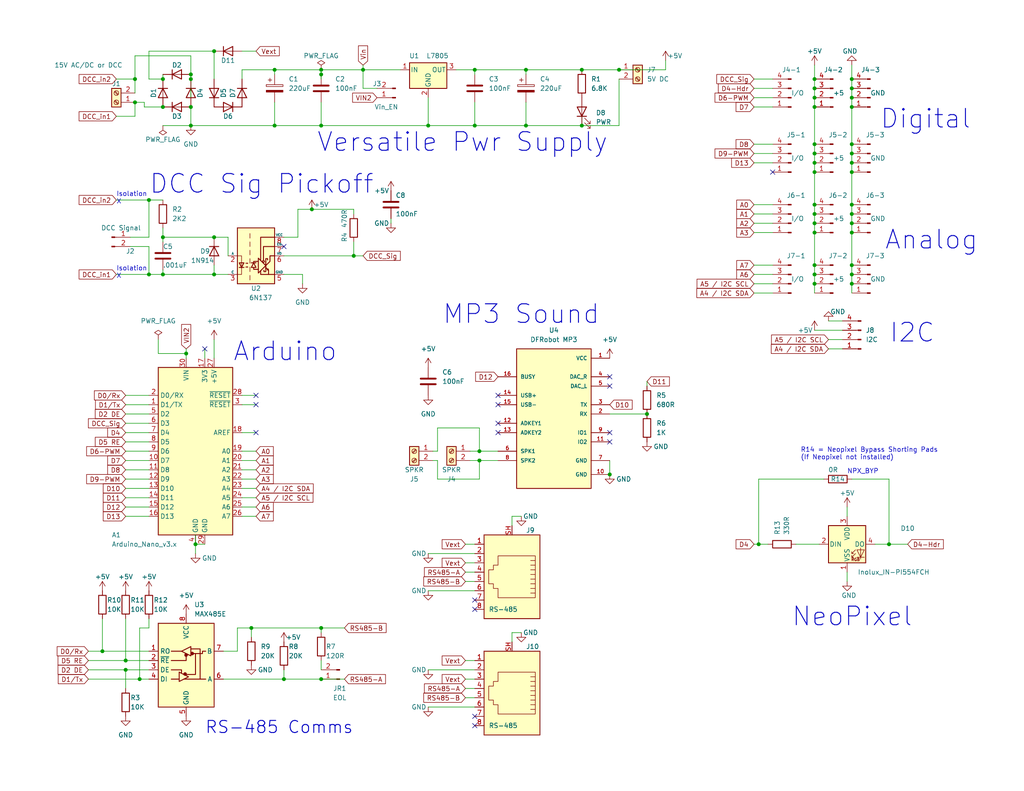
<source format=kicad_sch>
(kicad_sch (version 20230121) (generator eeschema)
  (paper "A")
  (title_block (title "MAXDuino using Arduino R3") (date "2023-11-12") (rev "1.5") (company "R1.5 =  Disc Diodes in Pwr Supply (Sch/PCB). Rev Prot'n diodes. Added RJ45.") (comment 1 "RS485 (D0, D1, D2, D5) / I2C (A4, A5) / DCC (D3) Comms") (comment 2 "DFRobot MP3 PLayer   (D10, D11, D12)") (comment 3 "Digital Pin headers (D3, D4 +NeoPixel, D6, D7, D8, D9, D13)") (comment 4 "Analog Pin headers (A0, A1, A2, A3, A6, A7)"))
  (junction (at 40.64 74.93))
  (junction (at 87.63 185.42))
  (junction (at 232.41 74.93))
  (junction (at 44.45 64.77))
  (junction (at 232.41 21.59))
  (junction (at 87.63 171.45))
  (junction (at 222.25 21.59))
  (junction (at 116.84 34.29))
  (junction (at 87.63 19.05))
  (junction (at 50.8 96.52))
  (junction (at 52.07 34.29))
  (junction (at 232.41 46.99))
  (junction (at 222.25 39.37))
  (junction (at 232.41 44.45))
  (junction (at 222.25 77.47))
  (junction (at 222.25 72.39))
  (junction (at 158.75 34.29))
  (junction (at 36.83 27.94))
  (junction (at 44.45 74.93))
  (junction (at 77.47 185.42))
  (junction (at 168.91 19.05))
  (junction (at 58.42 13.97))
  (junction (at 232.41 60.96))
  (junction (at 222.25 60.96))
  (junction (at 222.25 26.67))
  (junction (at 232.41 58.42))
  (junction (at 176.53 113.03))
  (junction (at 44.45 29.21))
  (junction (at 242.57 148.59))
  (junction (at 232.41 41.91))
  (junction (at 232.41 24.13))
  (junction (at 52.07 20.32))
  (junction (at 52.07 29.21))
  (junction (at 232.41 39.37))
  (junction (at 222.25 46.99))
  (junction (at 38.1 185.42))
  (junction (at 129.54 34.29))
  (junction (at 58.42 64.77))
  (junction (at 27.94 177.8))
  (junction (at 129.54 19.05))
  (junction (at 87.63 20.32))
  (junction (at 166.37 129.54))
  (junction (at 222.25 63.5))
  (junction (at 85.09 57.15))
  (junction (at 40.64 54.61))
  (junction (at 53.34 148.59))
  (junction (at 143.51 34.29))
  (junction (at 222.25 24.13))
  (junction (at 222.25 74.93))
  (junction (at 207.01 148.59))
  (junction (at 232.41 77.47))
  (junction (at 222.25 41.91))
  (junction (at 74.93 19.05))
  (junction (at 96.52 69.85))
  (junction (at 158.75 19.05))
  (junction (at 99.06 19.05))
  (junction (at 87.63 34.29))
  (junction (at 130.81 123.19))
  (junction (at 44.45 21.59))
  (junction (at 222.25 29.21))
  (junction (at 232.41 72.39))
  (junction (at 36.83 21.59))
  (junction (at 222.25 58.42))
  (junction (at 74.93 34.29))
  (junction (at 222.25 44.45))
  (junction (at 232.41 26.67))
  (junction (at 232.41 55.88))
  (junction (at 52.07 21.59))
  (junction (at 34.29 180.34))
  (junction (at 58.42 74.93))
  (junction (at 34.29 182.88))
  (junction (at 143.51 19.05))
  (junction (at 222.25 55.88))
  (junction (at 68.58 171.45))
  (junction (at 130.81 125.73))
  (junction (at 232.41 29.21))
  (junction (at 232.41 63.5))
  (no_connect (at 135.89 115.57))
  (no_connect (at 69.85 110.49))
  (no_connect (at 129.54 163.83))
  (no_connect (at 135.89 107.95))
  (no_connect (at 135.89 118.11))
  (no_connect (at 129.54 198.12))
  (no_connect (at 166.37 118.11))
  (no_connect (at 166.37 102.87))
  (no_connect (at 166.37 120.65))
  (no_connect (at 69.85 107.95))
  (no_connect (at 129.54 166.37))
  (no_connect (at 135.89 110.49))
  (no_connect (at 210.82 46.99))
  (no_connect (at 129.54 195.58))
  (no_connect (at 77.47 67.31))
  (no_connect (at 69.85 118.11))
  (no_connect (at 166.37 105.41))
  (no_connect (at 55.88 95.25))
  (wire (pts (xy 129.54 27.94) (xy 129.54 34.29)))
  (wire (pts (xy 40.64 54.61) (xy 44.45 54.61)))
  (wire (pts (xy 40.64 171.45) (xy 38.1 171.45)))
  (wire (pts (xy 205.74 44.45) (xy 210.82 44.45)))
  (wire (pts (xy 158.75 34.29) (xy 168.91 34.29)))
  (wire (pts (xy 119.38 130.81) (xy 130.81 130.81)))
  (wire (pts (xy 44.45 64.77) (xy 44.45 66.04)))
  (wire (pts (xy 181.61 19.05) (xy 168.91 19.05)))
  (wire (pts (xy 52.07 15.24) (xy 52.07 20.32)))
  (wire (pts (xy 64.77 171.45) (xy 68.58 171.45)))
  (wire (pts (xy 238.76 148.59) (xy 242.57 148.59)))
  (wire (pts (xy 129.54 19.05) (xy 129.54 20.32)))
  (wire (pts (xy 205.74 80.01) (xy 210.82 80.01)))
  (wire (pts (xy 205.74 24.13) (xy 210.82 24.13)))
  (wire (pts (xy 44.45 20.32) (xy 44.45 21.59)))
  (wire (pts (xy 31.75 54.61) (xy 40.64 54.61)))
  (wire (pts (xy 40.64 168.91) (xy 40.64 171.45)))
  (wire (pts (xy 128.27 125.73) (xy 130.81 125.73)))
  (wire (pts (xy 34.29 180.34) (xy 40.64 180.34)))
  (wire (pts (xy 53.34 148.59) (xy 55.88 148.59)))
  (wire (pts (xy 34.29 125.73) (xy 40.64 125.73)))
  (wire (pts (xy 99.06 24.13) (xy 102.87 24.13)))
  (wire (pts (xy 64.77 171.45) (xy 64.77 177.8)))
  (wire (pts (xy 119.38 116.84) (xy 130.81 116.84)))
  (wire (pts (xy 226.06 95.25) (xy 229.87 95.25)))
  (wire (pts (xy 96.52 58.42) (xy 96.52 57.15)))
  (wire (pts (xy 40.64 67.31) (xy 40.64 74.93)))
  (wire (pts (xy 68.58 171.45) (xy 68.58 173.99)))
  (wire (pts (xy 205.74 29.21) (xy 210.82 29.21)))
  (wire (pts (xy 74.93 27.94) (xy 74.93 34.29)))
  (wire (pts (xy 87.63 34.29) (xy 116.84 34.29)))
  (wire (pts (xy 34.29 120.65) (xy 40.64 120.65)))
  (wire (pts (xy 158.75 19.05) (xy 168.91 19.05)))
  (wire (pts (xy 66.04 21.59) (xy 66.04 19.05)))
  (wire (pts (xy 99.06 17.78) (xy 99.06 19.05)))
  (wire (pts (xy 129.54 34.29) (xy 143.51 34.29)))
  (wire (pts (xy 222.25 17.78) (xy 222.25 21.59)))
  (wire (pts (xy 52.07 29.21) (xy 52.07 34.29)))
  (wire (pts (xy 222.25 74.93) (xy 222.25 77.47)))
  (wire (pts (xy 96.52 69.85) (xy 99.06 69.85)))
  (wire (pts (xy 205.74 41.91) (xy 210.82 41.91)))
  (wire (pts (xy 99.06 19.05) (xy 99.06 24.13)))
  (wire (pts (xy 24.13 182.88) (xy 34.29 182.88)))
  (wire (pts (xy 205.74 26.67) (xy 210.82 26.67)))
  (wire (pts (xy 77.47 64.77) (xy 81.28 64.77)))
  (wire (pts (xy 74.93 19.05) (xy 74.93 20.32)))
  (wire (pts (xy 231.14 138.43) (xy 231.14 140.97)))
  (wire (pts (xy 139.7 172.72) (xy 142.24 172.72)))
  (wire (pts (xy 60.96 185.42) (xy 77.47 185.42)))
  (wire (pts (xy 87.63 180.34) (xy 87.63 182.88)))
  (wire (pts (xy 35.56 67.31) (xy 40.64 67.31)))
  (wire (pts (xy 127 158.75) (xy 129.54 158.75)))
  (wire (pts (xy 77.47 182.88) (xy 77.47 185.42)))
  (wire (pts (xy 232.41 17.78) (xy 232.41 21.59)))
  (wire (pts (xy 87.63 171.45) (xy 93.98 171.45)))
  (wire (pts (xy 44.45 64.77) (xy 58.42 64.77)))
  (wire (pts (xy 232.41 74.93) (xy 232.41 77.47)))
  (wire (pts (xy 222.25 90.17) (xy 229.87 90.17)))
  (wire (pts (xy 36.83 21.59) (xy 31.75 21.59)))
  (wire (pts (xy 66.04 118.11) (xy 69.85 118.11)))
  (wire (pts (xy 205.74 21.59) (xy 210.82 21.59)))
  (wire (pts (xy 66.04 138.43) (xy 69.85 138.43)))
  (wire (pts (xy 87.63 20.32) (xy 87.63 19.05)))
  (wire (pts (xy 139.7 175.26) (xy 139.7 172.72)))
  (wire (pts (xy 116.84 193.04) (xy 129.54 193.04)))
  (wire (pts (xy 58.42 74.93) (xy 62.23 74.93)))
  (wire (pts (xy 66.04 140.97) (xy 69.85 140.97)))
  (wire (pts (xy 44.45 34.29) (xy 52.07 34.29)))
  (wire (pts (xy 143.51 19.05) (xy 158.75 19.05)))
  (wire (pts (xy 53.34 151.13) (xy 53.34 148.59)))
  (wire (pts (xy 34.29 182.88) (xy 34.29 187.96)))
  (wire (pts (xy 205.74 58.42) (xy 210.82 58.42)))
  (wire (pts (xy 119.38 125.73) (xy 119.38 130.81)))
  (wire (pts (xy 58.42 92.71) (xy 58.42 97.79)))
  (wire (pts (xy 34.29 118.11) (xy 40.64 118.11)))
  (wire (pts (xy 222.25 26.67) (xy 222.25 29.21)))
  (wire (pts (xy 130.81 116.84) (xy 130.81 123.19)))
  (wire (pts (xy 232.41 21.59) (xy 232.41 24.13)))
  (wire (pts (xy 87.63 27.94) (xy 87.63 34.29)))
  (wire (pts (xy 181.61 16.51) (xy 181.61 19.05)))
  (wire (pts (xy 166.37 113.03) (xy 176.53 113.03)))
  (wire (pts (xy 242.57 148.59) (xy 247.65 148.59)))
  (wire (pts (xy 66.04 135.89) (xy 69.85 135.89)))
  (wire (pts (xy 52.07 34.29) (xy 74.93 34.29)))
  (wire (pts (xy 176.53 104.14) (xy 176.53 105.41)))
  (wire (pts (xy 44.45 62.23) (xy 44.45 64.77)))
  (wire (pts (xy 205.74 60.96) (xy 210.82 60.96)))
  (wire (pts (xy 116.84 34.29) (xy 129.54 34.29)))
  (wire (pts (xy 87.63 185.42) (xy 93.98 185.42)))
  (wire (pts (xy 116.84 151.13) (xy 129.54 151.13)))
  (wire (pts (xy 34.29 140.97) (xy 40.64 140.97)))
  (wire (pts (xy 232.41 72.39) (xy 232.41 74.93)))
  (wire (pts (xy 62.23 64.77) (xy 62.23 69.85)))
  (wire (pts (xy 66.04 125.73) (xy 69.85 125.73)))
  (wire (pts (xy 34.29 133.35) (xy 40.64 133.35)))
  (wire (pts (xy 127 187.96) (xy 129.54 187.96)))
  (wire (pts (xy 205.74 63.5) (xy 210.82 63.5)))
  (wire (pts (xy 52.07 21.59) (xy 52.07 26.67)))
  (wire (pts (xy 50.8 96.52) (xy 50.8 97.79)))
  (wire (pts (xy 127 185.42) (xy 129.54 185.42)))
  (wire (pts (xy 87.63 21.59) (xy 87.63 20.32)))
  (wire (pts (xy 74.93 34.29) (xy 87.63 34.29)))
  (wire (pts (xy 222.25 39.37) (xy 222.25 41.91)))
  (wire (pts (xy 85.09 57.15) (xy 96.52 57.15)))
  (wire (pts (xy 40.64 74.93) (xy 44.45 74.93)))
  (wire (pts (xy 226.06 92.71) (xy 229.87 92.71)))
  (wire (pts (xy 77.47 185.42) (xy 87.63 185.42)))
  (wire (pts (xy 217.17 148.59) (xy 223.52 148.59)))
  (wire (pts (xy 44.45 74.93) (xy 58.42 74.93)))
  (wire (pts (xy 222.25 60.96) (xy 222.25 63.5)))
  (wire (pts (xy 34.29 168.91) (xy 34.29 180.34)))
  (wire (pts (xy 66.04 130.81) (xy 69.85 130.81)))
  (wire (pts (xy 36.83 21.59) (xy 36.83 15.24)))
  (wire (pts (xy 116.84 26.67) (xy 116.84 34.29)))
  (wire (pts (xy 74.93 19.05) (xy 87.63 19.05)))
  (wire (pts (xy 34.29 123.19) (xy 40.64 123.19)))
  (wire (pts (xy 232.41 46.99) (xy 232.41 55.88)))
  (wire (pts (xy 87.63 172.72) (xy 87.63 171.45)))
  (wire (pts (xy 40.64 13.97) (xy 40.64 21.59)))
  (wire (pts (xy 60.96 177.8) (xy 64.77 177.8)))
  (wire (pts (xy 66.04 123.19) (xy 69.85 123.19)))
  (wire (pts (xy 222.25 72.39) (xy 222.25 74.93)))
  (wire (pts (xy 99.06 19.05) (xy 109.22 19.05)))
  (wire (pts (xy 232.41 29.21) (xy 232.41 39.37)))
  (wire (pts (xy 36.83 27.94) (xy 36.83 31.75)))
  (wire (pts (xy 222.25 29.21) (xy 222.25 39.37)))
  (wire (pts (xy 128.27 123.19) (xy 130.81 123.19)))
  (wire (pts (xy 39.37 27.94) (xy 39.37 29.21)))
  (wire (pts (xy 232.41 24.13) (xy 232.41 26.67)))
  (wire (pts (xy 34.29 113.03) (xy 40.64 113.03)))
  (wire (pts (xy 119.38 123.19) (xy 119.38 116.84)))
  (wire (pts (xy 81.28 57.15) (xy 85.09 57.15)))
  (wire (pts (xy 143.51 27.94) (xy 143.51 34.29)))
  (wire (pts (xy 232.41 77.47) (xy 232.41 80.01)))
  (wire (pts (xy 130.81 125.73) (xy 130.81 130.81)))
  (wire (pts (xy 40.64 13.97) (xy 58.42 13.97)))
  (wire (pts (xy 207.01 130.81) (xy 207.01 148.59)))
  (wire (pts (xy 53.34 146.05) (xy 53.34 148.59)))
  (wire (pts (xy 24.13 180.34) (xy 34.29 180.34)))
  (wire (pts (xy 232.41 41.91) (xy 232.41 44.45)))
  (wire (pts (xy 99.06 19.05) (xy 87.63 19.05)))
  (wire (pts (xy 77.47 74.93) (xy 82.55 74.93)))
  (wire (pts (xy 66.04 19.05) (xy 74.93 19.05)))
  (wire (pts (xy 106.68 59.69) (xy 106.68 60.96)))
  (wire (pts (xy 38.1 171.45) (xy 38.1 185.42)))
  (wire (pts (xy 40.64 64.77) (xy 40.64 54.61)))
  (wire (pts (xy 127 190.5) (xy 129.54 190.5)))
  (wire (pts (xy 50.8 95.25) (xy 50.8 96.52)))
  (wire (pts (xy 66.04 133.35) (xy 69.85 133.35)))
  (wire (pts (xy 82.55 74.93) (xy 82.55 77.47)))
  (wire (pts (xy 205.74 55.88) (xy 210.82 55.88)))
  (wire (pts (xy 43.18 96.52) (xy 50.8 96.52)))
  (wire (pts (xy 34.29 182.88) (xy 40.64 182.88)))
  (wire (pts (xy 139.7 140.97) (xy 142.24 140.97)))
  (wire (pts (xy 36.83 21.59) (xy 36.83 25.4)))
  (wire (pts (xy 34.29 107.95) (xy 40.64 107.95)))
  (wire (pts (xy 27.94 168.91) (xy 27.94 177.8)))
  (wire (pts (xy 222.25 77.47) (xy 222.25 80.01)))
  (wire (pts (xy 232.41 26.67) (xy 232.41 29.21)))
  (wire (pts (xy 222.25 41.91) (xy 222.25 44.45)))
  (wire (pts (xy 232.41 58.42) (xy 232.41 60.96)))
  (wire (pts (xy 226.06 87.63) (xy 229.87 87.63)))
  (wire (pts (xy 232.41 44.45) (xy 232.41 46.99)))
  (wire (pts (xy 66.04 107.95) (xy 69.85 107.95)))
  (wire (pts (xy 231.14 156.21) (xy 231.14 158.75)))
  (wire (pts (xy 40.64 21.59) (xy 44.45 21.59)))
  (wire (pts (xy 31.75 74.93) (xy 40.64 74.93)))
  (wire (pts (xy 66.04 128.27) (xy 69.85 128.27)))
  (wire (pts (xy 55.88 95.25) (xy 55.88 97.79)))
  (wire (pts (xy 58.42 72.39) (xy 58.42 74.93)))
  (wire (pts (xy 34.29 110.49) (xy 40.64 110.49)))
  (wire (pts (xy 222.25 58.42) (xy 222.25 60.96)))
  (wire (pts (xy 205.74 77.47) (xy 210.82 77.47)))
  (wire (pts (xy 36.83 31.75) (xy 31.75 31.75)))
  (wire (pts (xy 127 153.67) (xy 129.54 153.67)))
  (wire (pts (xy 222.25 46.99) (xy 222.25 55.88)))
  (wire (pts (xy 232.41 55.88) (xy 232.41 58.42)))
  (wire (pts (xy 66.04 110.49) (xy 69.85 110.49)))
  (wire (pts (xy 232.41 130.81) (xy 242.57 130.81)))
  (wire (pts (xy 24.13 177.8) (xy 27.94 177.8)))
  (wire (pts (xy 124.46 19.05) (xy 129.54 19.05)))
  (wire (pts (xy 127 156.21) (xy 129.54 156.21)))
  (wire (pts (xy 116.84 161.29) (xy 129.54 161.29)))
  (wire (pts (xy 96.52 66.04) (xy 96.52 69.85)))
  (wire (pts (xy 118.11 123.19) (xy 119.38 123.19)))
  (wire (pts (xy 168.91 21.59) (xy 168.91 34.29)))
  (wire (pts (xy 44.45 73.66) (xy 44.45 74.93)))
  (wire (pts (xy 24.13 185.42) (xy 38.1 185.42)))
  (wire (pts (xy 52.07 20.32) (xy 52.07 21.59)))
  (wire (pts (xy 116.84 182.88) (xy 129.54 182.88)))
  (wire (pts (xy 222.25 21.59) (xy 222.25 24.13)))
  (wire (pts (xy 143.51 34.29) (xy 158.75 34.29)))
  (wire (pts (xy 27.94 177.8) (xy 40.64 177.8)))
  (wire (pts (xy 139.7 143.51) (xy 139.7 140.97)))
  (wire (pts (xy 81.28 64.77) (xy 81.28 57.15)))
  (wire (pts (xy 39.37 29.21) (xy 44.45 29.21)))
  (wire (pts (xy 224.79 130.81) (xy 207.01 130.81)))
  (wire (pts (xy 232.41 63.5) (xy 232.41 72.39)))
  (wire (pts (xy 222.25 63.5) (xy 222.25 72.39)))
  (wire (pts (xy 68.58 171.45) (xy 87.63 171.45)))
  (wire (pts (xy 205.74 39.37) (xy 210.82 39.37)))
  (wire (pts (xy 143.51 19.05) (xy 143.51 20.32)))
  (wire (pts (xy 127 180.34) (xy 129.54 180.34)))
  (wire (pts (xy 130.81 123.19) (xy 135.89 123.19)))
  (wire (pts (xy 34.29 138.43) (xy 40.64 138.43)))
  (wire (pts (xy 242.57 130.81) (xy 242.57 148.59)))
  (wire (pts (xy 39.37 27.94) (xy 36.83 27.94)))
  (wire (pts (xy 232.41 60.96) (xy 232.41 63.5)))
  (wire (pts (xy 130.81 125.73) (xy 135.89 125.73)))
  (wire (pts (xy 207.01 148.59) (xy 209.55 148.59)))
  (wire (pts (xy 129.54 19.05) (xy 143.51 19.05)))
  (wire (pts (xy 66.04 13.97) (xy 69.85 13.97)))
  (wire (pts (xy 166.37 125.73) (xy 166.37 129.54)))
  (wire (pts (xy 232.41 39.37) (xy 232.41 41.91)))
  (wire (pts (xy 205.74 72.39) (xy 210.82 72.39)))
  (wire (pts (xy 158.75 31.75) (xy 158.75 34.29)))
  (wire (pts (xy 35.56 64.77) (xy 40.64 64.77)))
  (wire (pts (xy 205.74 148.59) (xy 207.01 148.59)))
  (wire (pts (xy 58.42 13.97) (xy 58.42 21.59)))
  (wire (pts (xy 205.74 74.93) (xy 210.82 74.93)))
  (wire (pts (xy 222.25 44.45) (xy 222.25 46.99)))
  (wire (pts (xy 43.18 92.71) (xy 43.18 96.52)))
  (wire (pts (xy 34.29 115.57) (xy 40.64 115.57)))
  (wire (pts (xy 118.11 125.73) (xy 119.38 125.73)))
  (wire (pts (xy 34.29 128.27) (xy 40.64 128.27)))
  (wire (pts (xy 34.29 135.89) (xy 40.64 135.89)))
  (wire (pts (xy 77.47 69.85) (xy 96.52 69.85)))
  (wire (pts (xy 36.83 15.24) (xy 52.07 15.24)))
  (wire (pts (xy 222.25 55.88) (xy 222.25 58.42)))
  (wire (pts (xy 38.1 185.42) (xy 40.64 185.42)))
  (wire (pts (xy 34.29 130.81) (xy 40.64 130.81)))
  (wire (pts (xy 58.42 64.77) (xy 62.23 64.77)))
  (wire (pts (xy 127 148.59) (xy 129.54 148.59)))
  (wire (pts (xy 222.25 24.13) (xy 222.25 26.67)))
  (text "RS-485 Comms" (at 55.88 200.66 0) (effects (font (size 3.302 3.302) (thickness 0.254) bold) (justify left bottom)))
  (text "MP3 Sound" (at 120.65 88.9 0) (effects (font (size 5.08 5.08) (thickness 0.254) bold) (justify left bottom)))
  (text "Digital" (at 240.03 35.56 0) (effects (font (size 5.08 5.08) (thickness 0.254) bold) (justify left bottom)))
  (text "I2C" (at 242.57 93.98 0) (effects (font (size 5.08 5.08) (thickness 0.254) bold) (justify left bottom)))
  (text "NeoPixel" (at 215.9 171.45 0) (effects (font (size 5.08 5.08) (thickness 0.254) bold) (justify left bottom)))
  (text "DCC Sig Pickoff\n" (at 40.64 53.34 0) (effects (font (size 5.08 5.08) (thickness 0.254) bold) (justify left bottom)))
  (text "NPX_BYP" (at 231.14 129.54 0) (effects (font (size 1.27 1.27)) (justify left bottom)))
  (text "R14 = Neopixel Bypass Shorting Pads\n(If Neopixel not installed)" (at 218.44 125.73 0) (effects (font (size 1.27 1.27)) (justify left bottom)))
  (text "Versatile Pwr Supply" (at 86.36 41.91 0) (effects (font (size 5.08 5.08) (thickness 0.254) bold) (justify left bottom)))
  (text "Isolation\nX" (at 31.75 76.2 0) (effects (font (size 1.27 1.27)) (justify left bottom)))
  (text "Analog" (at 241.3 68.58 0) (effects (font (size 5.08 5.08) (thickness 0.254) bold) (justify left bottom)))
  (text "Isolation\nX" (at 31.75 55.88 0) (effects (font (size 1.27 1.27)) (justify left bottom)))
  (text "Arduino" (at 63.5 99.06 0) (effects (font (size 5.08 5.08) (thickness 0.254) bold) (justify left bottom)))
  (global_label "D4" (shape input) (at 205.74 148.59 180) (property "Intersheetrefs" "${INTERSHEET_REFS}" (effects hide)))
  (global_label "A7" (shape input) (at 205.74 72.39 180) (property "Intersheetrefs" "${INTERSHEET_REFS}" (effects hide)))
  (global_label "D2 DE" (shape input) (at 24.13 182.88 180) (property "Intersheetrefs" "${INTERSHEET_REFS}" (effects hide)))
  (global_label "D12" (shape input) (at 135.89 102.87 180) (property "Intersheetrefs" "${INTERSHEET_REFS}" (effects hide)))
  (global_label "D10" (shape input) (at 34.29 133.35 180) (property "Intersheetrefs" "${INTERSHEET_REFS}" (effects hide)))
  (global_label "Vext" (shape input) (at 69.85 13.97 0) (property "Intersheetrefs" "${INTERSHEET_REFS}" (effects hide)))
  (global_label "A0" (shape input) (at 205.74 55.88 180) (property "Intersheetrefs" "${INTERSHEET_REFS}" (effects hide)))
  (global_label "Vext" (shape input) (at 127 185.42 180) (property "Intersheetrefs" "${INTERSHEET_REFS}" (effects hide)))
  (global_label "D9-PWM" (shape input) (at 205.74 41.91 180) (property "Intersheetrefs" "${INTERSHEET_REFS}" (effects hide)))
  (global_label "A0" (shape input) (at 69.85 123.19 0) (property "Intersheetrefs" "${INTERSHEET_REFS}" (effects hide)))
  (global_label "D1{slash}Tx" (shape input) (at 24.13 185.42 180) (property "Intersheetrefs" "${INTERSHEET_REFS}" (effects hide)))
  (global_label "D5 RE" (shape input) (at 24.13 180.34 180) (property "Intersheetrefs" "${INTERSHEET_REFS}" (effects hide)))
  (global_label "A3" (shape input) (at 205.74 63.5 180) (property "Intersheetrefs" "${INTERSHEET_REFS}" (effects hide)))
  (global_label "D0{slash}Rx" (shape input) (at 24.13 177.8 180) (property "Intersheetrefs" "${INTERSHEET_REFS}" (effects hide)))
  (global_label "DCC_Sig" (shape input) (at 99.06 69.85 0) (property "Intersheetrefs" "${INTERSHEET_REFS}" (effects hide)))
  (global_label "D9-PWM" (shape input) (at 34.29 130.81 180) (property "Intersheetrefs" "${INTERSHEET_REFS}" (effects hide)))
  (global_label "A6" (shape input) (at 69.85 138.43 0) (property "Intersheetrefs" "${INTERSHEET_REFS}" (effects hide)))
  (global_label "DCC_Sig" (shape input) (at 34.29 115.57 180) (property "Intersheetrefs" "${INTERSHEET_REFS}" (effects hide)))
  (global_label "D11" (shape input) (at 34.29 135.89 180) (property "Intersheetrefs" "${INTERSHEET_REFS}" (effects hide)))
  (global_label "VIN2" (shape input) (at 102.87 26.67 180) (property "Intersheetrefs" "${INTERSHEET_REFS}" (effects hide)))
  (global_label "RS485-B" (shape input) (at 127 158.75 180) (property "Intersheetrefs" "${INTERSHEET_REFS}" (effects hide)))
  (global_label "A7" (shape input) (at 69.85 140.97 0) (property "Intersheetrefs" "${INTERSHEET_REFS}" (effects hide)))
  (global_label "DCC_Sig" (shape input) (at 205.74 21.59 180) (property "Intersheetrefs" "${INTERSHEET_REFS}" (effects hide)))
  (global_label "DCC_in2" (shape input) (at 31.75 54.61 180) (property "Intersheetrefs" "${INTERSHEET_REFS}" (effects hide)))
  (global_label "D1{slash}Tx" (shape input) (at 34.29 110.49 180) (property "Intersheetrefs" "${INTERSHEET_REFS}" (effects hide)))
  (global_label "DCC_in1" (shape input) (at 31.75 31.75 180) (property "Intersheetrefs" "${INTERSHEET_REFS}" (effects hide)))
  (global_label "D12" (shape input) (at 34.29 138.43 180) (property "Intersheetrefs" "${INTERSHEET_REFS}" (effects hide)))
  (global_label "A3" (shape input) (at 69.85 130.81 0) (property "Intersheetrefs" "${INTERSHEET_REFS}" (effects hide)))
  (global_label "A6" (shape input) (at 205.74 74.93 180) (property "Intersheetrefs" "${INTERSHEET_REFS}" (effects hide)))
  (global_label "D10" (shape input) (at 166.37 110.49 0) (property "Intersheetrefs" "${INTERSHEET_REFS}" (effects hide)))
  (global_label "D4-Hdr" (shape input) (at 205.74 24.13 180) (property "Intersheetrefs" "${INTERSHEET_REFS}" (effects hide)))
  (global_label "VIN2" (shape input) (at 50.8 95.25 90) (property "Intersheetrefs" "${INTERSHEET_REFS}" (effects hide)))
  (global_label "A4 {slash} I2C SDA" (shape input) (at 69.85 133.35 0) (property "Intersheetrefs" "${INTERSHEET_REFS}" (effects hide)))
  (global_label "D7" (shape input) (at 34.29 125.73 180) (property "Intersheetrefs" "${INTERSHEET_REFS}" (effects hide)))
  (global_label "D2 DE" (shape input) (at 34.29 113.03 180) (property "Intersheetrefs" "${INTERSHEET_REFS}" (effects hide)))
  (global_label "A2" (shape input) (at 69.85 128.27 0) (property "Intersheetrefs" "${INTERSHEET_REFS}" (effects hide)))
  (global_label "D5 RE" (shape input) (at 34.29 120.65 180) (property "Intersheetrefs" "${INTERSHEET_REFS}" (effects hide)))
  (global_label "RS485-A" (shape input) (at 127 156.21 180) (property "Intersheetrefs" "${INTERSHEET_REFS}" (effects hide)))
  (global_label "D11" (shape input) (at 176.53 104.14 0) (property "Intersheetrefs" "${INTERSHEET_REFS}" (effects hide)))
  (global_label "Vext" (shape input) (at 127 148.59 180) (property "Intersheetrefs" "${INTERSHEET_REFS}" (effects hide)))
  (global_label "DCC_in1" (shape input) (at 31.75 74.93 180) (property "Intersheetrefs" "${INTERSHEET_REFS}" (effects hide)))
  (global_label "RS485-A" (shape input) (at 127 187.96 180) (property "Intersheetrefs" "${INTERSHEET_REFS}" (effects hide)))
  (global_label "A4 {slash} I2C SDA" (shape input) (at 205.74 80.01 180) (property "Intersheetrefs" "${INTERSHEET_REFS}" (effects hide)))
  (global_label "RS485-B" (shape input) (at 127 190.5 180) (property "Intersheetrefs" "${INTERSHEET_REFS}" (effects hide)))
  (global_label "D4-Hdr" (shape input) (at 247.65 148.59 0) (property "Intersheetrefs" "${INTERSHEET_REFS}" (effects hide)))
  (global_label "RS485-B" (shape input) (at 93.98 171.45 0) (property "Intersheetrefs" "${INTERSHEET_REFS}" (effects hide)))
  (global_label "D6-PWM" (shape input) (at 34.29 123.19 180) (property "Intersheetrefs" "${INTERSHEET_REFS}" (effects hide)))
  (global_label "A5 {slash} I2C SCL" (shape input) (at 205.74 77.47 180) (property "Intersheetrefs" "${INTERSHEET_REFS}" (effects hide)))
  (global_label "A1" (shape input) (at 69.85 125.73 0) (property "Intersheetrefs" "${INTERSHEET_REFS}" (effects hide)))
  (global_label "D7" (shape input) (at 205.74 29.21 180) (property "Intersheetrefs" "${INTERSHEET_REFS}" (effects hide)))
  (global_label "A5 {slash} I2C SCL" (shape input) (at 69.85 135.89 0) (property "Intersheetrefs" "${INTERSHEET_REFS}" (effects hide)))
  (global_label "D0{slash}Rx" (shape input) (at 34.29 107.95 180) (property "Intersheetrefs" "${INTERSHEET_REFS}" (effects hide)))
  (global_label "D8" (shape input) (at 34.29 128.27 180) (property "Intersheetrefs" "${INTERSHEET_REFS}" (effects hide)))
  (global_label "Vin" (shape input) (at 99.06 17.78 90) (property "Intersheetrefs" "${INTERSHEET_REFS}" (effects hide)))
  (global_label "DCC_in2" (shape input) (at 31.75 21.59 180) (property "Intersheetrefs" "${INTERSHEET_REFS}" (effects hide)))
  (global_label "D8" (shape input) (at 205.74 39.37 180) (property "Intersheetrefs" "${INTERSHEET_REFS}" (effects hide)))
  (global_label "D4" (shape input) (at 34.29 118.11 180) (property "Intersheetrefs" "${INTERSHEET_REFS}" (effects hide)))
  (global_label "Vext" (shape input) (at 127 180.34 180) (property "Intersheetrefs" "${INTERSHEET_REFS}" (effects hide)))
  (global_label "A4 {slash} I2C SDA" (shape input) (at 226.06 95.25 180) (property "Intersheetrefs" "${INTERSHEET_REFS}" (effects hide)))
  (global_label "Vext" (shape input) (at 127 153.67 180) (property "Intersheetrefs" "${INTERSHEET_REFS}" (effects hide)))
  (global_label "A1" (shape input) (at 205.74 58.42 180) (property "Intersheetrefs" "${INTERSHEET_REFS}" (effects hide)))
  (global_label "A2" (shape input) (at 205.74 60.96 180) (property "Intersheetrefs" "${INTERSHEET_REFS}" (effects hide)))
  (global_label "D6-PWM" (shape input) (at 205.74 26.67 180) (property "Intersheetrefs" "${INTERSHEET_REFS}" (effects hide)))
  (global_label "D13" (shape input) (at 205.74 44.45 180) (property "Intersheetrefs" "${INTERSHEET_REFS}" (effects hide)))
  (global_label "A5 {slash} I2C SCL" (shape input) (at 226.06 92.71 180) (property "Intersheetrefs" "${INTERSHEET_REFS}" (effects hide)))
  (global_label "RS485-A" (shape input) (at 93.98 185.42 0) (property "Intersheetrefs" "${INTERSHEET_REFS}" (effects hide)))
  (global_label "D13" (shape input) (at 34.29 140.97 180) (property "Intersheetrefs" "${INTERSHEET_REFS}" (effects hide)))
  (symbol (lib_id "Diode:1N914") (at 58.42 68.58 270) (unit 1)
    (property "Reference" "D9" (at 54.61 68.58 90) (effects (justify left)))
    (property "Value" "1N914" (at 52.07 71.12 90) (effects (justify left)))
    (property "Footprint" "Diode_THT:D_DO-35_SOD27_P7.62mm_Horizontal" (effects hide))
    (property "Datasheet" "http://www.vishay.com/docs/85622/1n914.pdf" (effects hide))
    (property "Sim.Device" "D" (effects hide))
    (property "Sim.Pins" "1=K 2=A" (effects hide))
  )
  (symbol (lib_id "Connector:Conn_01x04_Pin") (at 237.49 77.47 180) (unit 1)
    (property "Reference" "J7-3" (at 236.22 69.85 0) (effects (justify right)))
    (property "Value" "GND" (at 237.49 76.2 0) (effects (justify right)))
    (property "Footprint" "Connector_PinHeader_2.54mm:PinHeader_1x04_P2.54mm_Vertical" (effects hide))
  )
  (symbol (lib_id "power:+5V") (at 106.68 52.07 0) (unit 1)
    (property "Reference" "#PWR011" (effects hide))
    (property "Value" "+5V" (at 104.14 52.07 0))
  )
  (symbol (lib_id "Device:R") (at 44.45 58.42 0) (unit 1)
    (property "Reference" "R2" (at 46.99 57.1499 0) (effects (justify left)))
    (property "Value" "2K2" (at 46.99 59.6899 0) (effects (justify left)))
    (property "Footprint" "Resistor_THT:R_Axial_DIN0207_L6.3mm_D2.5mm_P7.62mm_Horizontal" (effects hide))
  )
  (symbol (lib_id "Device:R") (at 40.64 165.1 180) (unit 1)
    (property "Reference" "R12" (at 41.91 163.83 0) (effects (justify right)))
    (property "Value" "10K" (at 41.91 166.37 0) (effects (justify right)))
    (property "Footprint" "Resistor_THT:R_Axial_DIN0207_L6.3mm_D2.5mm_P7.62mm_Horizontal" (effects hide))
  )
  (symbol (lib_id "Connector:Conn_01x04_Pin") (at 227.33 77.47 180) (unit 1)
    (property "Reference" "J7-2" (at 226.06 69.85 0) (effects (justify right)))
    (property "Value" "+5" (at 227.33 76.2 0) (effects (justify right)))
    (property "Footprint" "Connector_PinHeader_2.54mm:PinHeader_1x04_P2.54mm_Vertical" (effects hide))
  )
  (symbol (lib_id "power:GND") (at 231.14 158.75 0) (unit 1)
    (property "Reference" "#PWR028" (effects hide))
    (property "Value" "GND" (at 233.68 162.56 0) (effects (justify right)))
  )
  (symbol (lib_id "Device:R") (at 176.53 109.22 0) (unit 1)
    (property "Reference" "R5" (at 179.07 107.9499 0) (effects (justify left)))
    (property "Value" "680R" (at 179.07 110.49 0) (effects (justify left)))
    (property "Footprint" "Resistor_THT:R_Axial_DIN0207_L6.3mm_D2.5mm_P7.62mm_Horizontal" (effects hide))
  )
  (symbol (lib_id "Connector:Conn_01x04_Pin") (at 227.33 26.67 180) (unit 1)
    (property "Reference" "J4-2" (at 224.79 19.05 0) (effects (justify right)))
    (property "Value" "+5" (at 227.33 25.4 0) (effects (justify right)))
    (property "Footprint" "Connector_PinHeader_2.54mm:PinHeader_1x04_P2.54mm_Vertical" (effects hide))
  )
  (symbol (lib_id "Device:R") (at 34.29 191.77 180) (unit 1)
    (property "Reference" "R3" (at 35.56 190.4999 0) (effects (justify right)))
    (property "Value" "10K" (at 35.56 193.04 0) (effects (justify right)))
    (property "Footprint" "Resistor_THT:R_Axial_DIN0207_L6.3mm_D2.5mm_P7.62mm_Horizontal" (effects hide))
  )
  (symbol (lib_id "power:GND") (at 116.84 151.13 0) (unit 1)
    (property "Reference" "#PWR0101" (effects hide))
    (property "Value" "GND" (at 114.3 151.13 0))
  )
  (symbol (lib_id "power:GND") (at 68.58 181.61 0) (unit 1)
    (property "Reference" "#PWR013" (effects hide))
    (property "Value" "GND" (at 72.39 182.88 0))
  )
  (symbol (lib_id "power:GND") (at 116.84 193.04 0) (unit 1)
    (property "Reference" "#PWR022" (effects hide))
    (property "Value" "GND" (at 114.3 193.04 0))
  )
  (symbol (lib_id "power:+5V") (at 116.84 100.33 0) (unit 1)
    (property "Reference" "#PWR020" (effects hide))
    (property "Value" "+5V" (at 116.84 95.25 0))
  )
  (symbol (lib_id "Device:C") (at 44.45 69.85 0) (unit 1)
    (property "Reference" "C5" (at 44.45 67.31 0) (effects (justify left)))
    (property "Value" ".001uF" (at 44.45 72.39 0) (effects (justify left)))
    (property "Footprint" "Capacitor_THT:C_Disc_D7.0mm_W2.5mm_P5.00mm" (effects hide))
  )
  (symbol (lib_id "Device:R") (at 34.29 165.1 180) (unit 1)
    (property "Reference" "R11" (at 35.56 163.8299 0) (effects (justify right)))
    (property "Value" "10K" (at 35.56 166.37 0) (effects (justify right)))
    (property "Footprint" "Resistor_THT:R_Axial_DIN0207_L6.3mm_D2.5mm_P7.62mm_Horizontal" (effects hide))
  )
  (symbol (lib_id "power:GND") (at 52.07 34.29 0) (unit 1)
    (property "Reference" "#PWR030" (effects hide))
    (property "Value" "GND" (at 52.07 39.37 0))
  )
  (symbol (lib_id "Device:LED") (at 158.75 30.48 90) (unit 1)
    (property "Reference" "D8" (at 162.56 30.7974 90) (effects (justify right)))
    (property "Value" "PWR" (at 162.56 33.3374 90) (effects (justify right)))
    (property "Footprint" "LED_THT:LED_D5.0mm" (effects hide))
  )
  (symbol (lib_id "power:GND") (at 142.24 140.97 0) (unit 1)
    (property "Reference" "#PWR0102" (effects hide))
    (property "Value" "GND" (at 144.78 140.97 0))
  )
  (symbol (lib_id "MCU_Module:Arduino_Nano_v3.x") (at 53.34 123.19 0) (unit 1)
    (property "Reference" "A1" (at 30.48 146.05 0) (effects (justify left)))
    (property "Value" "Arduino_Nano_v3.x" (at 30.48 148.59 0) (effects (justify left)))
    (property "Footprint" "Module:Arduino_Nano" (effects hide))
    (property "Datasheet" "http://www.mouser.com/pdfdocs/Gravitech_Arduino_Nano3_0.pdf" (effects hide))
  )
  (symbol (lib_id "Connector:Screw_Terminal_01x02") (at 123.19 123.19 0) (mirror y) (unit 1)
    (property "Reference" "J4" (at 123.19 130.81 0))
    (property "Value" "SPKR" (at 123.19 128.27 0))
    (property "Footprint" "Connector_PinHeader_2.54mm:PinHeader_1x02_P2.54mm_Vertical" (effects hide))
  )
  (symbol (lib_id "power:GND") (at 116.84 107.95 0) (unit 1)
    (property "Reference" "#PWR021" (effects hide))
    (property "Value" "GND" (at 116.84 113.03 0))
  )
  (symbol (lib_id "Connector:Conn_01x02_Pin") (at 30.48 64.77 0) (unit 1)
    (property "Reference" "J2" (at 35.56 68.58 0))
    (property "Value" "DCC Signal" (at 33.02 62.23 0))
    (property "Footprint" "Connector_PinHeader_2.54mm:PinHeader_1x02_P2.54mm_Horizontal" (effects hide))
  )
  (symbol (lib_id "Diode:1N4001") (at 66.04 25.4 270) (unit 1)
    (property "Reference" "D7" (at 63.5 25.4 0))
    (property "Value" "1N4001" (effects hide))
    (property "Footprint" "Diode_THT:D_DO-41_SOD81_P10.16mm_Horizontal" (effects hide))
    (property "Datasheet" "http://www.vishay.com/docs/88503/1n4001.pdf" (effects hide))
    (property "Sim.Device" "D" (effects hide))
    (property "Sim.Pins" "1=K 2=A" (effects hide))
  )
  (symbol (lib_id "power:GND") (at 226.06 87.63 0) (mirror x) (unit 1)
    (property "Reference" "#PWR026" (effects hide))
    (property "Value" "GND" (at 228.6 85.09 0))
  )
  (symbol (lib_id "power:GND") (at 50.8 195.58 0) (unit 1)
    (property "Reference" "#PWR010" (effects hide))
    (property "Value" "GND" (at 50.8 200.66 0))
  )
  (symbol (lib_id "Device:R") (at 96.52 62.23 180) (unit 1)
    (property "Reference" "R4" (at 93.98 64.77 90))
    (property "Value" "470R" (at 93.98 59.69 90))
    (property "Footprint" "Resistor_THT:R_Axial_DIN0207_L6.3mm_D2.5mm_P7.62mm_Horizontal" (effects hide))
  )
  (symbol (lib_id "power:+5V") (at 58.42 92.71 0) (unit 1)
    (property "Reference" "#PWR08" (effects hide))
    (property "Value" "+5V" (at 58.42 87.63 0))
  )
  (symbol (lib_id "power:GND") (at 106.68 60.96 0) (unit 1)
    (property "Reference" "#PWR012" (effects hide))
    (property "Value" "GND" (at 104.14 60.96 0))
  )
  (symbol (lib_id "power:PWR_FLAG") (at 87.63 19.05 0) (mirror y) (unit 1)
    (property "Reference" "#FLG03" (effects hide))
    (property "Value" "PWR_FLAG" (at 87.63 15.24 0))
  )
  (symbol (lib_id "Device:R") (at 213.36 148.59 90) (unit 1)
    (property "Reference" "R13" (at 212.0899 146.05 0) (effects (justify left)))
    (property "Value" "330R" (at 214.63 146.05 0) (effects (justify left)))
    (property "Footprint" "Resistor_THT:R_Axial_DIN0207_L6.3mm_D2.5mm_P7.62mm_Horizontal" (effects hide))
  )
  (symbol (lib_id "Connector:8P8C_Shielded") (at 139.7 187.96 180) (unit 1)
    (property "Reference" "J10" (at 143.51 176.53 0) (effects (justify right)))
    (property "Value" "RS-485" (at 133.35 198.12 0) (effects (justify right)))
    (property "Footprint" "Connector_RJ:RJ45_Ninigi_GE" (effects hide))
  )
  (symbol (lib_id "Device:R") (at 158.75 22.86 0) (unit 1)
    (property "Reference" "R1" (at 161.29 21.5899 0) (effects (justify left)))
    (property "Value" "6.8K" (at 161.29 24.1299 0) (effects (justify left)))
    (property "Footprint" "Resistor_THT:R_Axial_DIN0207_L6.3mm_D2.5mm_P7.62mm_Horizontal" (effects hide))
  )
  (symbol (lib_id "power:GND") (at 232.41 17.78 180) (unit 1)
    (property "Reference" "#PWR029" (effects hide))
    (property "Value" "GND" (at 229.87 13.97 0) (effects (justify right)))
  )
  (symbol (lib_id "Connector:Conn_01x04_Pin") (at 215.9 44.45 180) (unit 1)
    (property "Reference" "J5-1" (at 214.63 36.83 0) (effects (justify right)))
    (property "Value" "I/O" (at 215.9 43.18 0) (effects (justify right)))
    (property "Footprint" "Connector_PinHeader_2.54mm:PinHeader_1x04_P2.54mm_Vertical" (effects hide))
  )
  (symbol (lib_id "Device:R") (at 228.6 130.81 90) (unit 1)
    (property "Reference" "R14" (at 228.6 130.81 90))
    (property "Value" "0R" (at 227.33 128.27 90))
    (property "Footprint" "Resistor_SMD:R_0805_2012Metric" (effects hide))
  )
  (symbol (lib_id "power:+5V") (at 166.37 97.79 0) (unit 1)
    (property "Reference" "#PWR017" (effects hide))
    (property "Value" "+5V" (at 166.37 92.71 0))
  )
  (symbol (lib_id "power:+5V") (at 27.94 161.29 0) (unit 1)
    (property "Reference" "#PWR03" (effects hide))
    (property "Value" "+5V" (at 27.94 157.48 0))
  )
  (symbol (lib_id "power:+5V") (at 77.47 175.26 0) (unit 1)
    (property "Reference" "#PWR014" (effects hide))
    (property "Value" "+5V" (at 80.01 173.99 0))
  )
  (symbol (lib_id "power:GND") (at 34.29 195.58 0) (unit 1)
    (property "Reference" "#PWR05" (effects hide))
    (property "Value" "GND" (at 34.29 200.66 0))
  )
  (symbol (lib_id "Connector:Conn_01x02_Pin") (at 107.95 26.67 180) (unit 1)
    (property "Reference" "J3" (at 102.87 22.86 0))
    (property "Value" "Vin_EN" (at 105.41 29.21 0))
    (property "Footprint" "Connector_PinHeader_2.54mm:PinHeader_1x02_P2.54mm_Vertical" (effects hide))
  )
  (symbol (lib_id "Device:R") (at 87.63 176.53 180) (unit 1)
    (property "Reference" "R7" (at 88.9 176.53 0) (effects (justify right)))
    (property "Value" "120R" (at 88.9 179.07 0) (effects (justify right)))
    (property "Footprint" "Resistor_THT:R_Axial_DIN0207_L6.3mm_D2.5mm_P7.62mm_Horizontal" (effects hide))
  )
  (symbol (lib_id "power:PWR_FLAG") (at 44.45 34.29 180) (unit 1)
    (property "Reference" "#FLG02" (effects hide))
    (property "Value" "PWR_FLAG" (at 44.45 38.1 0))
  )
  (symbol (lib_id "Diode:1N4001") (at 44.45 25.4 270) (unit 1)
    (property "Reference" "D1" (at 41.91 25.4 0))
    (property "Value" "1N4001" (effects hide))
    (property "Footprint" "Diode_THT:D_DO-41_SOD81_P10.16mm_Horizontal" (effects hide))
    (property "Datasheet" "http://www.vishay.com/docs/88503/1n4001.pdf" (effects hide))
    (property "Sim.Device" "D" (effects hide))
    (property "Sim.Pins" "1=K 2=A" (effects hide))
  )
  (symbol (lib_id "power:+5V") (at 222.25 17.78 0) (unit 1)
    (property "Reference" "#PWR024" (effects hide))
    (property "Value" "+5V" (at 222.25 13.97 0))
  )
  (symbol (lib_id "Diode:1N4001") (at 48.26 20.32 0) (unit 1)
    (property "Reference" "D2" (at 48.26 17.78 0))
    (property "Value" "1N4001" (effects hide))
    (property "Footprint" "Diode_THT:D_DO-41_SOD81_P10.16mm_Horizontal" (effects hide))
    (property "Datasheet" "http://www.vishay.com/docs/88503/1n4001.pdf" (effects hide))
    (property "Sim.Device" "D" (effects hide))
    (property "Sim.Pins" "1=K 2=A" (effects hide))
  )
  (symbol (lib_id "DFR0299:DFR0299") (at 151.13 113.03 0) (unit 1)
    (property "Reference" "U4" (at 151.13 90.17 0))
    (property "Value" "DFRobot MP3" (at 151.13 92.71 0))
    (property "Footprint" "Module_DFR0299.Library:MODULE_DFR0299" (effects hide))
    (property "DESCRIPTION" "Dfplayer - a Mini Mp3 Player" (effects hide))
    (property "MF" "DFRobot" (effects hide))
    (property "AVAILABILITY" "Unavailable" (effects hide))
    (property "MP" "DFR0299" (effects hide))
    (property "PACKAGE" "None" (effects hide))
    (property "PRICE" "None" (effects hide))
  )
  (symbol (lib_id "power:+5V") (at 181.61 16.51 0) (unit 1)
    (property "Reference" "#PWR019" (effects hide))
    (property "Value" "+5V" (at 184.15 15.24 0))
  )
  (symbol (lib_id "Diode:1N4001") (at 48.26 29.21 0) (unit 1)
    (property "Reference" "D3" (at 48.26 31.75 0))
    (property "Value" "1N4001" (effects hide))
    (property "Footprint" "Diode_THT:D_DO-41_SOD81_P10.16mm_Horizontal" (effects hide))
    (property "Datasheet" "http://www.vishay.com/docs/88503/1n4001.pdf" (effects hide))
    (property "Sim.Device" "D" (effects hide))
    (property "Sim.Pins" "1=K 2=A" (effects hide))
  )
  (symbol (lib_id "Connector:Screw_Terminal_01x02") (at 173.99 19.05 0) (unit 1)
    (property "Reference" "J7" (at 176.53 19.0499 0) (effects (justify left)))
    (property "Value" "5V DC" (at 176.53 21.5899 0) (effects (justify left)))
    (property "Footprint" "TerminalBlock_Phoenix:TerminalBlock_Phoenix_MKDS-3-2-5.08_1x02_P5.08mm_Horizontal" (effects hide))
  )
  (symbol (lib_id "Isolator:6N137") (at 69.85 69.85 0) (unit 1)
    (property "Reference" "U2" (at 69.85 78.74 0))
    (property "Value" "6N137" (at 71.12 81.28 0))
    (property "Footprint" "Package_DIP:DIP-8_W7.62mm" (effects hide))
    (property "Datasheet" "https://docs.broadcom.com/docs/AV02-0940EN" (effects hide))
  )
  (symbol (lib_id "Device:C_Polarized") (at 143.51 24.13 0) (unit 1)
    (property "Reference" "C4" (at 147.32 21.59 0) (effects (justify left)))
    (property "Value" "220uF" (at 147.32 24.13 0) (effects (justify left)))
    (property "Footprint" "Capacitor_THT:CP_Radial_D6.3mm_P2.50mm" (effects hide))
  )
  (symbol (lib_id "LED:Inolux_IN-PI554FCH") (at 231.14 148.59 0) (unit 1)
    (property "Reference" "D10" (at 247.65 144.2593 0))
    (property "Value" "Inolux_IN-PI554FCH" (at 243.84 156.21 0))
    (property "Footprint" "LED_SMD:LED_Inolux_IN-PI554FCH_PLCC4_5.0x5.0mm_P3.2mm" (effects hide))
    (property "Datasheet" "http://www.inolux-corp.com/datasheet/SMDLED/Addressable%20LED/IN-PI554FCH.pdf" (effects hide))
  )
  (symbol (lib_id "Connector:Conn_01x04_Pin") (at 237.49 26.67 180) (unit 1)
    (property "Reference" "J4-3" (at 234.95 19.05 0) (effects (justify right)))
    (property "Value" "GND" (at 237.49 25.4 0) (effects (justify right)))
    (property "Footprint" "Connector_PinHeader_2.54mm:PinHeader_1x04_P2.54mm_Vertical" (effects hide))
  )
  (symbol (lib_id "Device:C") (at 106.68 55.88 0) (unit 1)
    (property "Reference" "C8" (at 107.95 53.34 0) (effects (justify left)))
    (property "Value" "100nF" (at 107.95 58.42 0) (effects (justify left)))
    (property "Footprint" "Capacitor_THT:C_Disc_D7.0mm_W2.5mm_P5.00mm" (effects hide))
  )
  (symbol (lib_id "power:GND") (at 82.55 77.47 0) (unit 1)
    (property "Reference" "#PWR015" (effects hide))
    (property "Value" "GND" (at 82.55 82.55 0))
  )
  (symbol (lib_id "Connector:Screw_Terminal_01x02") (at 31.75 27.94 180) (unit 1)
    (property "Reference" "J1" (at 31.75 22.86 0))
    (property "Value" "15V AC/DC or DCC" (at 24.13 17.78 0))
    (property "Footprint" "TerminalBlock_Phoenix:TerminalBlock_Phoenix_MKDS-3-2-5.08_1x02_P5.08mm_Horizontal" (effects hide))
  )
  (symbol (lib_id "Connector:Screw_Terminal_01x02") (at 113.03 123.19 0) (mirror y) (unit 1)
    (property "Reference" "J5" (at 113.03 130.81 0))
    (property "Value" "SPKR" (at 113.03 128.27 0))
    (property "Footprint" "Connector_PinHeader_2.54mm:PinHeader_1x02_P2.54mm_Vertical" (effects hide))
  )
  (symbol (lib_id "Device:R") (at 68.58 177.8 0) (unit 1)
    (property "Reference" "R9" (at 71.12 176.5299 0) (effects (justify left)))
    (property "Value" "20K" (at 71.12 179.07 0) (effects (justify left)))
    (property "Footprint" "Resistor_THT:R_Axial_DIN0207_L6.3mm_D2.5mm_P7.62mm_Horizontal" (effects hide))
  )
  (symbol (lib_id "Device:R") (at 27.94 165.1 180) (unit 1)
    (property "Reference" "R10" (at 29.21 163.83 0) (effects (justify right)))
    (property "Value" "10K" (at 29.21 166.37 0) (effects (justify right)))
    (property "Footprint" "Resistor_THT:R_Axial_DIN0207_L6.3mm_D2.5mm_P7.62mm_Horizontal" (effects hide))
  )
  (symbol (lib_id "power:GND") (at 116.84 161.29 0) (unit 1)
    (property "Reference" "#PWR01" (effects hide))
    (property "Value" "GND" (at 114.3 161.29 0))
  )
  (symbol (lib_id "Diode:1N4001") (at 62.23 29.21 180) (unit 1)
    (property "Reference" "D6" (at 62.23 31.75 0))
    (property "Value" "1N4001" (effects hide))
    (property "Footprint" "Diode_THT:D_DO-41_SOD81_P10.16mm_Horizontal" (effects hide))
    (property "Datasheet" "http://www.vishay.com/docs/88503/1n4001.pdf" (effects hide))
    (property "Sim.Device" "D" (effects hide))
    (property "Sim.Pins" "1=K 2=A" (effects hide))
  )
  (symbol (lib_id "Connector:Conn_01x04_Pin") (at 234.95 92.71 180) (unit 1)
    (property "Reference" "J8" (at 236.22 90.17 0) (effects (justify right)))
    (property "Value" "I2C" (at 236.22 92.71 0) (effects (justify right)))
    (property "Footprint" "Connector_PinHeader_2.54mm:PinHeader_1x04_P2.54mm_Vertical" (effects hide))
  )
  (symbol (lib_id "Interface_UART:MAX485E") (at 50.8 180.34 0) (unit 1)
    (property "Reference" "U3" (at 52.9941 165.1 0) (effects (justify left)))
    (property "Value" "MAX485E" (at 52.9941 167.64 0) (effects (justify left)))
    (property "Footprint" "Package_DIP:DIP-8_W7.62mm" (effects hide))
    (property "Datasheet" "https://datasheets.maximintegrated.com/en/ds/MAX1487E-MAX491E.pdf" (effects hide))
  )
  (symbol (lib_id "power:GND") (at 176.53 120.65 0) (unit 1)
    (property "Reference" "#PWR023" (effects hide))
    (property "Value" "GND" (at 180.34 121.92 0))
  )
  (symbol (lib_id "Connector:Conn_01x04_Pin") (at 237.49 60.96 180) (unit 1)
    (property "Reference" "J6-3" (at 236.22 53.34 0) (effects (justify right)))
    (property "Value" "GND" (at 237.49 59.69 0) (effects (justify right)))
    (property "Footprint" "Connector_PinHeader_2.54mm:PinHeader_1x04_P2.54mm_Vertical" (effects hide))
  )
  (symbol (lib_id "Device:C") (at 87.63 24.13 0) (unit 1)
    (property "Reference" "C2" (at 91.44 21.59 0) (effects (justify left)))
    (property "Value" "100nF" (at 91.44 24.13 0) (effects (justify left)))
    (property "Footprint" "Capacitor_THT:C_Disc_D7.0mm_W2.5mm_P5.00mm" (effects hide))
  )
  (symbol (lib_id "Connector:Conn_01x04_Pin") (at 237.49 44.45 180) (unit 1)
    (property "Reference" "J5-3" (at 236.22 36.83 0) (effects (justify right)))
    (property "Value" "GND" (at 237.49 43.18 0) (effects (justify right)))
    (property "Footprint" "Connector_PinHeader_2.54mm:PinHeader_1x04_P2.54mm_Vertical" (effects hide))
  )
  (symbol (lib_id "Device:R") (at 77.47 179.07 0) (unit 1)
    (property "Reference" "R8" (at 78.74 176.53 0) (effects (justify left)))
    (property "Value" "20K" (at 78.74 179.07 0) (effects (justify left)))
    (property "Footprint" "Resistor_THT:R_Axial_DIN0207_L6.3mm_D2.5mm_P7.62mm_Horizontal" (effects hide))
  )
  (symbol (lib_id "Regulator_Linear:L7805") (at 116.84 19.05 0) (unit 1)
    (property "Reference" "U1" (at 113.03 15.24 0))
    (property "Value" "L7805" (at 119.38 15.24 0))
    (property "Footprint" "Package_TO_SOT_THT:TO-220-3_Vertical" (effects hide))
    (property "Datasheet" "http://www.st.com/content/ccc/resource/technical/document/datasheet/41/4f/b3/b0/12/d4/47/88/CD00000444.pdf/files/CD00000444.pdf/jcr:content/translations/en.CD00000444.pdf" (effects hide))
  )
  (symbol (lib_id "Connector:Conn_01x04_Pin") (at 215.9 60.96 180) (unit 1)
    (property "Reference" "J6-1" (at 214.63 53.34 0) (effects (justify right)))
    (property "Value" "I/O" (at 215.9 59.69 0) (effects (justify right)))
    (property "Footprint" "Connector_PinHeader_2.54mm:PinHeader_1x04_P2.54mm_Vertical" (effects hide))
  )
  (symbol (lib_id "power:+5V") (at 34.29 161.29 0) (unit 1)
    (property "Reference" "#PWR04" (effects hide))
    (property "Value" "+5V" (at 34.29 157.48 0))
  )
  (symbol (lib_id "Connector:Conn_01x04_Pin") (at 227.33 44.45 180) (unit 1)
    (property "Reference" "J5-2" (at 226.06 36.83 0) (effects (justify right)))
    (property "Value" "+5" (at 227.33 43.18 0) (effects (justify right)))
    (property "Footprint" "Connector_PinHeader_2.54mm:PinHeader_1x04_P2.54mm_Vertical" (effects hide))
  )
  (symbol (lib_id "power:+5V") (at 85.09 57.15 0) (unit 1)
    (property "Reference" "#PWR016" (effects hide))
    (property "Value" "+5V" (at 87.63 55.88 0))
  )
  (symbol (lib_id "Device:C_Polarized") (at 74.93 24.13 0) (unit 1)
    (property "Reference" "C1" (at 78.74 21.59 0) (effects (justify left)))
    (property "Value" "220uF" (at 78.74 24.13 0) (effects (justify left)))
    (property "Footprint" "Capacitor_THT:CP_Radial_D6.3mm_P2.50mm" (effects hide))
  )
  (symbol (lib_id "Connector:Conn_01x02_Pin") (at 92.71 185.42 180) (unit 1)
    (property "Reference" "JR1" (at 92.71 187.96 0))
    (property "Value" "EOL" (at 92.71 190.5 0))
    (property "Footprint" "Connector_PinHeader_2.54mm:PinHeader_1x02_P2.54mm_Vertical" (effects hide))
  )
  (symbol (lib_id "power:GND") (at 142.24 172.72 0) (unit 1)
    (property "Reference" "#PWR031" (effects hide))
    (property "Value" "GND" (at 144.78 172.72 0))
  )
  (symbol (lib_id "power:GND") (at 116.84 182.88 0) (unit 1)
    (property "Reference" "#PWR02" (effects hide))
    (property "Value" "GND" (at 114.3 182.88 0))
  )
  (symbol (lib_id "power:+5V") (at 222.25 90.17 0) (unit 1)
    (property "Reference" "#PWR025" (effects hide))
    (property "Value" "+5V" (at 219.71 90.17 0))
  )
  (symbol (lib_id "Diode:1N4001") (at 62.23 13.97 0) (unit 1)
    (property "Reference" "D11" (at 62.23 16.51 0))
    (property "Value" "1N4001" (effects hide))
    (property "Footprint" "Diode_THT:D_DO-41_SOD81_P10.16mm_Horizontal" (effects hide))
    (property "Datasheet" "http://www.vishay.com/docs/88503/1n4001.pdf" (effects hide))
    (property "Sim.Device" "D" (effects hide))
    (property "Sim.Pins" "1=K 2=A" (effects hide))
  )
  (symbol (lib_id "power:+5V") (at 231.14 138.43 0) (unit 1)
    (property "Reference" "#PWR027" (effects hide))
    (property "Value" "+5V" (at 231.14 134.62 0))
  )
  (symbol (lib_id "power:+5V") (at 50.8 167.64 0) (unit 1)
    (property "Reference" "#PWR09" (effects hide))
    (property "Value" "+5V" (at 50.8 162.56 0))
  )
  (symbol (lib_id "Diode:1N4001") (at 58.42 25.4 90) (unit 1)
    (property "Reference" "D5" (at 60.96 25.4 0))
    (property "Value" "1N4001" (effects hide))
    (property "Footprint" "Diode_THT:D_DO-41_SOD81_P10.16mm_Horizontal" (effects hide))
    (property "Datasheet" "http://www.vishay.com/docs/88503/1n4001.pdf" (effects hide))
    (property "Sim.Device" "D" (effects hide))
    (property "Sim.Pins" "1=K 2=A" (effects hide))
  )
  (symbol (lib_id "Connector:Conn_01x04_Pin") (at 215.9 77.47 180) (unit 1)
    (property "Reference" "J7-1" (at 214.63 69.85 0) (effects (justify right)))
    (property "Value" "I/O" (at 215.9 76.2 0) (effects (justify right)))
    (property "Footprint" "Connector_PinHeader_2.54mm:PinHeader_1x04_P2.54mm_Vertical" (effects hide))
  )
  (symbol (lib_id "power:GND") (at 53.34 151.13 0) (unit 1)
    (property "Reference" "#PWR07" (effects hide))
    (property "Value" "GND" (at 57.15 152.4 0))
  )
  (symbol (lib_id "power:GND") (at 166.37 129.54 0) (unit 1)
    (property "Reference" "#PWR018" (effects hide))
    (property "Value" "GND" (at 170.18 130.81 0))
  )
  (symbol (lib_id "power:+5V") (at 40.64 161.29 0) (unit 1)
    (property "Reference" "#PWR06" (effects hide))
    (property "Value" "+5V" (at 40.64 157.48 0))
  )
  (symbol (lib_id "Connector:Conn_01x04_Pin") (at 227.33 60.96 180) (unit 1)
    (property "Reference" "J6-2" (at 226.06 53.34 0) (effects (justify right)))
    (property "Value" "+5" (at 227.33 59.69 0) (effects (justify right)))
    (property "Footprint" "Connector_PinHeader_2.54mm:PinHeader_1x04_P2.54mm_Vertical" (effects hide))
  )
  (symbol (lib_id "Connector:Conn_01x04_Pin") (at 215.9 26.67 180) (unit 1)
    (property "Reference" "J4-1" (at 213.36 19.05 0) (effects (justify right)))
    (property "Value" "I/O" (at 215.9 25.4 0) (effects (justify right)))
    (property "Footprint" "Connector_PinHeader_2.54mm:PinHeader_1x04_P2.54mm_Vertical" (effects hide))
  )
  (symbol (lib_id "power:PWR_FLAG") (at 43.18 92.71 0) (unit 1)
    (property "Reference" "#FLG01" (effects hide))
    (property "Value" "PWR_FLAG" (at 43.18 87.63 0))
  )
  (symbol (lib_id "Device:C") (at 116.84 104.14 0) (unit 1)
    (property "Reference" "C6" (at 120.65 101.6 0) (effects (justify left)))
    (property "Value" "100nF" (at 120.65 104.14 0) (effects (justify left)))
    (property "Footprint" "Capacitor_THT:C_Disc_D7.0mm_W2.5mm_P5.00mm" (effects hide))
  )
  (symbol (lib_id "Diode:1N4001") (at 52.07 25.4 270) (unit 1)
    (property "Reference" "D4" (at 54.61 25.4 0))
    (property "Value" "1N4001" (effects hide))
    (property "Footprint" "Diode_THT:D_DO-41_SOD81_P10.16mm_Horizontal" (effects hide))
    (property "Datasheet" "http://www.vishay.com/docs/88503/1n4001.pdf" (effects hide))
    (property "Sim.Device" "D" (effects hide))
    (property "Sim.Pins" "1=K 2=A" (effects hide))
  )
  (symbol (lib_id "Connector:8P8C_Shielded") (at 139.7 156.21 180) (unit 1)
    (property "Reference" "J9" (at 143.51 144.78 0) (effects (justify right)))
    (property "Value" "RS-485" (at 133.35 166.37 0) (effects (justify right)))
    (property "Footprint" "Connector_RJ:RJ45_Ninigi_GE" (effects hide))
  )
  (symbol (lib_id "Device:C") (at 129.54 24.13 0) (unit 1)
    (property "Reference" "C3" (at 133.35 21.59 0) (effects (justify left)))
    (property "Value" "100nF" (at 133.35 24.13 0) (effects (justify left)))
    (property "Footprint" "Capacitor_THT:C_Disc_D7.0mm_W2.5mm_P5.00mm" (effects hide))
  )
  (symbol (lib_id "Device:R") (at 176.53 116.84 0) (unit 1)
    (property "Reference" "R6" (at 179.07 115.5699 0) (effects (justify left)))
    (property "Value" "1K" (at 179.07 118.11 0) (effects (justify left)))
    (property "Footprint" "Resistor_THT:R_Axial_DIN0207_L6.3mm_D2.5mm_P7.62mm_Horizontal" (effects hide))
  )
)
</source>
